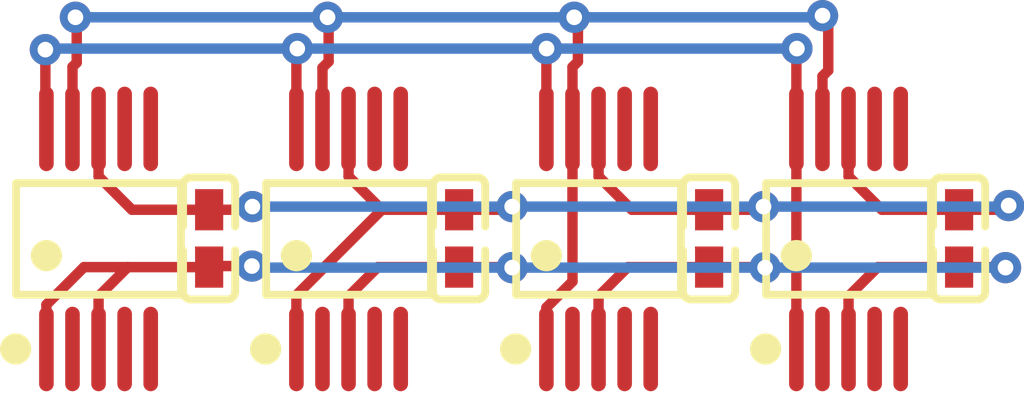
<source format=kicad_pcb>
(kicad_pcb (version 20241229) (generator "pcbnew") (generator_version "9.0")
  (layers (0 "F.Cu" signal) (2 "B.Cu" signal) (13 "F.Paste" user) (15 "B.Paste" user) (5 "F.SilkS" user "F.Silkscreen") (7 "B.SilkS" user "B.Silkscreen") (1 "F.Mask" user) (3 "B.Mask" user) (25 "Edge.Cuts" user))
  (net 0 "")
  (net 1 "adcs[3]-AIN0")
  (net 2 "adcs[3]-AIN2")
  (net 3 "adcs[2]-AIN2")
  (net 4 "adcs[0]-AIN3")
  (net 5 "adcs[0]-AIN1")
  (net 6 "SCL")
  (net 7 "adcs[1]-AIN3")
  (net 8 "adcs[2]-AIN0")
  (net 9 "adcs[1]-AIN2")
  (net 10 "adcs[3]-AIN1")
  (net 11 "SDA")
  (net 12 "adcs[2]-AIN3")
  (net 13 "adcs[2]-AIN1")
  (net 14 "hv")
  (net 15 "adcs[0]-AIN0")
  (net 16 "adcs[0]-AIN2")
  (net 17 "adcs[3]-ALERT_RDY")
  (net 18 "adcs[1]-AIN1")
  (net 19 "adcs[2]-ALERT_RDY")
  (net 20 "adcs[3]-AIN3")
  (net 21 "gnd")
  (net 22 "adcs[1]-AIN0")
  (net 23 "adcs[0]-ALERT_RDY")
  (net 24 "adcs[1]-ALERT_RDY")
  (footprint "atopile:MSOP-10_L3.0-W3.0-P0.50-LS5.0-BL-752175" (layer "F.Cu") (at 142.716667 94.14 0)
    (property "Reference" "U3" (hide yes))
    (property "Value" "" (hide yes))
    (fp_line (start -1.58 -1.07) (end 1.58 -1.07) (stroke (width 0.15)) (layer "F.SilkS"))
    (fp_line (start -1.58 1.07) (end -1.58 -1.07) (stroke (width 0.15)) (layer "F.SilkS"))
    (fp_line (start 1.58 -1.07) (end 1.58 1.07) (stroke (width 0.15)) (layer "F.SilkS"))
    (fp_line (start 1.58 1.07) (end -1.58 1.07) (stroke (width 0.15)) (layer "F.SilkS"))
    (fp_circle (center -1.59 2.11) (end -1.44 2.11) (stroke (width 0.3)) (fill no) (layer "F.SilkS"))
    (fp_circle (center -1 0.32) (end -0.85 0.32) (stroke (width 0.3)) (fill no) (layer "F.SilkS"))
    (pad "1" smd oval (at -1 2.11 0) (size 0.28 1.62) (layers "F.Cu" "F.Mask" "F.Paste") (net 11 "SDA"))
    (pad "2" smd oval (at -0.5 2.11 0) (size 0.28 1.62) (layers "F.Cu" "F.Mask" "F.Paste") (net 19 "adcs[2]-ALERT_RDY"))
    (pad "3" smd oval (at 0 2.11 0) (size 0.28 1.62) (layers "F.Cu" "F.Mask" "F.Paste") (net 21 "gnd"))
    (pad "4" smd oval (at 0.5 2.11 0) (size 0.28 1.62) (layers "F.Cu" "F.Mask" "F.Paste") (net 8 "adcs[2]-AIN0"))
    (pad "5" smd oval (at 1 2.11 0) (size 0.28 1.62) (layers "F.Cu" "F.Mask" "F.Paste") (net 13 "adcs[2]-AIN1"))
    (pad "6" smd oval (at 1 -2.11 0) (size 0.28 1.62) (layers "F.Cu" "F.Mask" "F.Paste") (net 3 "adcs[2]-AIN2"))
    (pad "7" smd oval (at 0.5 -2.11 0) (size 0.28 1.62) (layers "F.Cu" "F.Mask" "F.Paste") (net 12 "adcs[2]-AIN3"))
    (pad "8" smd oval (at 0 -2.11 0) (size 0.28 1.62) (layers "F.Cu" "F.Mask" "F.Paste") (net 14 "hv"))
    (pad "9" smd oval (at -0.5 -2.11 0) (size 0.28 1.62) (layers "F.Cu" "F.Mask" "F.Paste") (net 11 "SDA"))
    (pad "10" smd oval (at -1 -2.11 0) (size 0.28 1.62) (layers "F.Cu" "F.Mask" "F.Paste") (net 6 "SCL"))
  )
  (footprint "atopile:MSOP-10_L3.0-W3.0-P0.50-LS5.0-BL-752175" (layer "F.Cu") (at 137.923333 94.14 0)
    (property "Reference" "U2" (hide yes))
    (property "Value" "" (hide yes))
    (fp_line (start -1.58 -1.07) (end 1.58 -1.07) (stroke (width 0.15)) (layer "F.SilkS"))
    (fp_line (start -1.58 1.07) (end -1.58 -1.07) (stroke (width 0.15)) (layer "F.SilkS"))
    (fp_line (start 1.58 -1.07) (end 1.58 1.07) (stroke (width 0.15)) (layer "F.SilkS"))
    (fp_line (start 1.58 1.07) (end -1.58 1.07) (stroke (width 0.15)) (layer "F.SilkS"))
    (fp_circle (center -1.59 2.11) (end -1.44 2.11) (stroke (width 0.3)) (fill no) (layer "F.SilkS"))
    (fp_circle (center -1 0.32) (end -0.85 0.32) (stroke (width 0.3)) (fill no) (layer "F.SilkS"))
    (pad "1" smd oval (at -1 2.11 0) (size 0.28 1.62) (layers "F.Cu" "F.Mask" "F.Paste") (net 14 "hv"))
    (pad "2" smd oval (at -0.5 2.11 0) (size 0.28 1.62) (layers "F.Cu" "F.Mask" "F.Paste") (net 24 "adcs[1]-ALERT_RDY"))
    (pad "3" smd oval (at 0 2.11 0) (size 0.28 1.62) (layers "F.Cu" "F.Mask" "F.Paste") (net 21 "gnd"))
    (pad "4" smd oval (at 0.5 2.11 0) (size 0.28 1.62) (layers "F.Cu" "F.Mask" "F.Paste") (net 22 "adcs[1]-AIN0"))
    (pad "5" smd oval (at 1 2.11 0) (size 0.28 1.62) (layers "F.Cu" "F.Mask" "F.Paste") (net 18 "adcs[1]-AIN1"))
    (pad "6" smd oval (at 1 -2.11 0) (size 0.28 1.62) (layers "F.Cu" "F.Mask" "F.Paste") (net 9 "adcs[1]-AIN2"))
    (pad "7" smd oval (at 0.5 -2.11 0) (size 0.28 1.62) (layers "F.Cu" "F.Mask" "F.Paste") (net 7 "adcs[1]-AIN3"))
    (pad "8" smd oval (at 0 -2.11 0) (size 0.28 1.62) (layers "F.Cu" "F.Mask" "F.Paste") (net 14 "hv"))
    (pad "9" smd oval (at -0.5 -2.11 0) (size 0.28 1.62) (layers "F.Cu" "F.Mask" "F.Paste") (net 11 "SDA"))
    (pad "10" smd oval (at -1 -2.11 0) (size 0.28 1.62) (layers "F.Cu" "F.Mask" "F.Paste") (net 6 "SCL"))
  )
  (footprint "atopile:C0402-b3ef17" (layer "F.Cu") (at 149.63 94.13 -90)
    (property "Reference" "C4" (hide yes))
    (property "Value" "100nF ±10% 16V X7R" (hide yes))
    (fp_line (start -0.23 0.5) (end -1.02 0.5) (stroke (width 0.15)) (layer "F.SilkS"))
    (fp_line (start 0.23 0.5) (end 1.02 0.5) (stroke (width 0.15)) (layer "F.SilkS"))
    (fp_line (start -1.17 0.35) (end -1.17 -0.35) (stroke (width 0.15)) (layer "F.SilkS"))
    (fp_line (start 1.17 0.35) (end 1.17 -0.35) (stroke (width 0.15)) (layer "F.SilkS"))
    (fp_line (start -1.02 -0.5) (end -0.23 -0.5) (stroke (width 0.15)) (layer "F.SilkS"))
    (fp_line (start 1.02 -0.5) (end 0.23 -0.5) (stroke (width 0.15)) (layer "F.SilkS"))
    (fp_arc (start -1.02 0.5) (mid -1.126066 0.456066) (end -1.17 0.35) (stroke (width 0.15)) (layer "F.SilkS"))
    (fp_arc (start 1.17 0.35) (mid 1.126066 0.456066) (end 1.02 0.5) (stroke (width 0.15)) (layer "F.SilkS"))
    (fp_arc (start -1.17 -0.35) (mid -1.126066 -0.456066) (end -1.02 -0.5) (stroke (width 0.15)) (layer "F.SilkS"))
    (fp_arc (start 1.02 -0.5) (mid 1.126066 -0.456066) (end 1.17 -0.35) (stroke (width 0.15)) (layer "F.SilkS"))
    (pad "1" smd rect (at -0.55 0 270) (size 0.79 0.54) (layers "F.Cu" "F.Mask" "F.Paste") (net 14 "hv"))
    (pad "2" smd rect (at 0.55 0 270) (size 0.79 0.54) (layers "F.Cu" "F.Mask" "F.Paste") (net 21 "gnd"))
  )
  (footprint "atopile:C0402-b3ef17" (layer "F.Cu") (at 135.25 94.13 -90)
    (property "Reference" "C1" (hide yes))
    (property "Value" "100nF ±10% 16V X7R" (hide yes))
    (fp_line (start -0.23 0.5) (end -1.02 0.5) (stroke (width 0.15)) (layer "F.SilkS"))
    (fp_line (start 0.23 0.5) (end 1.02 0.5) (stroke (width 0.15)) (layer "F.SilkS"))
    (fp_line (start -1.17 0.35) (end -1.17 -0.35) (stroke (width 0.15)) (layer "F.SilkS"))
    (fp_line (start 1.17 0.35) (end 1.17 -0.35) (stroke (width 0.15)) (layer "F.SilkS"))
    (fp_line (start -1.02 -0.5) (end -0.23 -0.5) (stroke (width 0.15)) (layer "F.SilkS"))
    (fp_line (start 1.02 -0.5) (end 0.23 -0.5) (stroke (width 0.15)) (layer "F.SilkS"))
    (fp_arc (start -1.02 0.5) (mid -1.126066 0.456066) (end -1.17 0.35) (stroke (width 0.15)) (layer "F.SilkS"))
    (fp_arc (start 1.17 0.35) (mid 1.126066 0.456066) (end 1.02 0.5) (stroke (width 0.15)) (layer "F.SilkS"))
    (fp_arc (start -1.17 -0.35) (mid -1.126066 -0.456066) (end -1.02 -0.5) (stroke (width 0.15)) (layer "F.SilkS"))
    (fp_arc (start 1.02 -0.5) (mid 1.126066 -0.456066) (end 1.17 -0.35) (stroke (width 0.15)) (layer "F.SilkS"))
    (pad "1" smd rect (at -0.55 0 270) (size 0.79 0.54) (layers "F.Cu" "F.Mask" "F.Paste") (net 14 "hv"))
    (pad "2" smd rect (at 0.55 0 270) (size 0.79 0.54) (layers "F.Cu" "F.Mask" "F.Paste") (net 21 "gnd"))
  )
  (footprint "atopile:C0402-b3ef17" (layer "F.Cu") (at 144.836667 94.13 -90)
    (property "Reference" "C3" (hide yes))
    (property "Value" "100nF ±10% 16V X7R" (hide yes))
    (fp_line (start -0.23 0.5) (end -1.02 0.5) (stroke (width 0.15)) (layer "F.SilkS"))
    (fp_line (start 0.23 0.5) (end 1.02 0.5) (stroke (width 0.15)) (layer "F.SilkS"))
    (fp_line (start -1.17 0.35) (end -1.17 -0.35) (stroke (width 0.15)) (layer "F.SilkS"))
    (fp_line (start 1.17 0.35) (end 1.17 -0.35) (stroke (width 0.15)) (layer "F.SilkS"))
    (fp_line (start -1.02 -0.5) (end -0.23 -0.5) (stroke (width 0.15)) (layer "F.SilkS"))
    (fp_line (start 1.02 -0.5) (end 0.23 -0.5) (stroke (width 0.15)) (layer "F.SilkS"))
    (fp_arc (start -1.02 0.5) (mid -1.126066 0.456066) (end -1.17 0.35) (stroke (width 0.15)) (layer "F.SilkS"))
    (fp_arc (start 1.17 0.35) (mid 1.126066 0.456066) (end 1.02 0.5) (stroke (width 0.15)) (layer "F.SilkS"))
    (fp_arc (start -1.17 -0.35) (mid -1.126066 -0.456066) (end -1.02 -0.5) (stroke (width 0.15)) (layer "F.SilkS"))
    (fp_arc (start 1.02 -0.5) (mid 1.126066 -0.456066) (end 1.17 -0.35) (stroke (width 0.15)) (layer "F.SilkS"))
    (pad "1" smd rect (at -0.55 0 270) (size 0.79 0.54) (layers "F.Cu" "F.Mask" "F.Paste") (net 14 "hv"))
    (pad "2" smd rect (at 0.55 0 270) (size 0.79 0.54) (layers "F.Cu" "F.Mask" "F.Paste") (net 21 "gnd"))
  )
  (footprint "atopile:MSOP-10_L3.0-W3.0-P0.50-LS5.0-BL-752175" (layer "F.Cu") (at 133.13 94.14 0)
    (property "Reference" "U1" (hide yes))
    (property "Value" "" (hide yes))
    (fp_line (start -1.58 -1.07) (end 1.58 -1.07) (stroke (width 0.15)) (layer "F.SilkS"))
    (fp_line (start -1.58 1.07) (end -1.58 -1.07) (stroke (width 0.15)) (layer "F.SilkS"))
    (fp_line (start 1.58 -1.07) (end 1.58 1.07) (stroke (width 0.15)) (layer "F.SilkS"))
    (fp_line (start 1.58 1.07) (end -1.58 1.07) (stroke (width 0.15)) (layer "F.SilkS"))
    (fp_circle (center -1.59 2.11) (end -1.44 2.11) (stroke (width 0.3)) (fill no) (layer "F.SilkS"))
    (fp_circle (center -1 0.32) (end -0.85 0.32) (stroke (width 0.3)) (fill no) (layer "F.SilkS"))
    (pad "1" smd oval (at -1 2.11 0) (size 0.28 1.62) (layers "F.Cu" "F.Mask" "F.Paste") (net 21 "gnd"))
    (pad "2" smd oval (at -0.5 2.11 0) (size 0.28 1.62) (layers "F.Cu" "F.Mask" "F.Paste") (net 23 "adcs[0]-ALERT_RDY"))
    (pad "3" smd oval (at 0 2.11 0) (size 0.28 1.62) (layers "F.Cu" "F.Mask" "F.Paste") (net 21 "gnd"))
    (pad "4" smd oval (at 0.5 2.11 0) (size 0.28 1.62) (layers "F.Cu" "F.Mask" "F.Paste") (net 15 "adcs[0]-AIN0"))
    (pad "5" smd oval (at 1 2.11 0) (size 0.28 1.62) (layers "F.Cu" "F.Mask" "F.Paste") (net 5 "adcs[0]-AIN1"))
    (pad "6" smd oval (at 1 -2.11 0) (size 0.28 1.62) (layers "F.Cu" "F.Mask" "F.Paste") (net 16 "adcs[0]-AIN2"))
    (pad "7" smd oval (at 0.5 -2.11 0) (size 0.28 1.62) (layers "F.Cu" "F.Mask" "F.Paste") (net 4 "adcs[0]-AIN3"))
    (pad "8" smd oval (at 0 -2.11 0) (size 0.28 1.62) (layers "F.Cu" "F.Mask" "F.Paste") (net 14 "hv"))
    (pad "9" smd oval (at -0.5 -2.11 0) (size 0.28 1.62) (layers "F.Cu" "F.Mask" "F.Paste") (net 11 "SDA"))
    (pad "10" smd oval (at -1 -2.11 0) (size 0.28 1.62) (layers "F.Cu" "F.Mask" "F.Paste") (net 6 "SCL"))
  )
  (footprint "atopile:C0402-b3ef17" (layer "F.Cu") (at 140.043333 94.13 -90)
    (property "Reference" "C2" (hide yes))
    (property "Value" "100nF ±10% 16V X7R" (hide yes))
    (fp_line (start -0.23 0.5) (end -1.02 0.5) (stroke (width 0.15)) (layer "F.SilkS"))
    (fp_line (start 0.23 0.5) (end 1.02 0.5) (stroke (width 0.15)) (layer "F.SilkS"))
    (fp_line (start -1.17 0.35) (end -1.17 -0.35) (stroke (width 0.15)) (layer "F.SilkS"))
    (fp_line (start 1.17 0.35) (end 1.17 -0.35) (stroke (width 0.15)) (layer "F.SilkS"))
    (fp_line (start -1.02 -0.5) (end -0.23 -0.5) (stroke (width 0.15)) (layer "F.SilkS"))
    (fp_line (start 1.02 -0.5) (end 0.23 -0.5) (stroke (width 0.15)) (layer "F.SilkS"))
    (fp_arc (start -1.02 0.5) (mid -1.126066 0.456066) (end -1.17 0.35) (stroke (width 0.15)) (layer "F.SilkS"))
    (fp_arc (start 1.17 0.35) (mid 1.126066 0.456066) (end 1.02 0.5) (stroke (width 0.15)) (layer "F.SilkS"))
    (fp_arc (start -1.17 -0.35) (mid -1.126066 -0.456066) (end -1.02 -0.5) (stroke (width 0.15)) (layer "F.SilkS"))
    (fp_arc (start 1.02 -0.5) (mid 1.126066 -0.456066) (end 1.17 -0.35) (stroke (width 0.15)) (layer "F.SilkS"))
    (pad "1" smd rect (at -0.55 0 270) (size 0.79 0.54) (layers "F.Cu" "F.Mask" "F.Paste") (net 14 "hv"))
    (pad "2" smd rect (at 0.55 0 270) (size 0.79 0.54) (layers "F.Cu" "F.Mask" "F.Paste") (net 21 "gnd"))
  )
  (footprint "atopile:MSOP-10_L3.0-W3.0-P0.50-LS5.0-BL-752175" (layer "F.Cu") (at 147.51 94.14 0)
    (property "Reference" "U4" (hide yes))
    (property "Value" "" (hide yes))
    (fp_line (start -1.58 -1.07) (end 1.58 -1.07) (stroke (width 0.15)) (layer "F.SilkS"))
    (fp_line (start -1.58 1.07) (end -1.58 -1.07) (stroke (width 0.15)) (layer "F.SilkS"))
    (fp_line (start 1.58 -1.07) (end 1.58 1.07) (stroke (width 0.15)) (layer "F.SilkS"))
    (fp_line (start 1.58 1.07) (end -1.58 1.07) (stroke (width 0.15)) (layer "F.SilkS"))
    (fp_circle (center -1.59 2.11) (end -1.44 2.11) (stroke (width 0.3)) (fill no) (layer "F.SilkS"))
    (fp_circle (center -1 0.32) (end -0.85 0.32) (stroke (width 0.3)) (fill no) (layer "F.SilkS"))
    (pad "1" smd oval (at -1 2.11 0) (size 0.28 1.62) (layers "F.Cu" "F.Mask" "F.Paste") (net 6 "SCL"))
    (pad "2" smd oval (at -0.5 2.11 0) (size 0.28 1.62) (layers "F.Cu" "F.Mask" "F.Paste") (net 17 "adcs[3]-ALERT_RDY"))
    (pad "3" smd oval (at 0 2.11 0) (size 0.28 1.62) (layers "F.Cu" "F.Mask" "F.Paste") (net 21 "gnd"))
    (pad "4" smd oval (at 0.5 2.11 0) (size 0.28 1.62) (layers "F.Cu" "F.Mask" "F.Paste") (net 1 "adcs[3]-AIN0"))
    (pad "5" smd oval (at 1 2.11 0) (size 0.28 1.62) (layers "F.Cu" "F.Mask" "F.Paste") (net 10 "adcs[3]-AIN1"))
    (pad "6" smd oval (at 1 -2.11 0) (size 0.28 1.62) (layers "F.Cu" "F.Mask" "F.Paste") (net 2 "adcs[3]-AIN2"))
    (pad "7" smd oval (at 0.5 -2.11 0) (size 0.28 1.62) (layers "F.Cu" "F.Mask" "F.Paste") (net 20 "adcs[3]-AIN3"))
    (pad "8" smd oval (at 0 -2.11 0) (size 0.28 1.62) (layers "F.Cu" "F.Mask" "F.Paste") (net 14 "hv"))
    (pad "9" smd oval (at -0.5 -2.11 0) (size 0.28 1.62) (layers "F.Cu" "F.Mask" "F.Paste") (net 11 "SDA"))
    (pad "10" smd oval (at -1 -2.11 0) (size 0.28 1.62) (layers "F.Cu" "F.Mask" "F.Paste") (net 6 "SCL"))
  )
  (via (at 132.11 90.51) (size 0.6) (drill 0.3) (layers "F.Cu" "B.Cu") (net 6))
  (via (at 141.72 90.49) (size 0.6) (drill 0.3) (layers "F.Cu" "B.Cu") (net 6))
  (via (at 136.94 90.49) (size 0.6) (drill 0.3) (layers "F.Cu" "B.Cu") (net 6))
  (via (at 146.52 90.49) (size 0.6) (drill 0.3) (layers "F.Cu" "B.Cu") (net 6))
  (via (at 132.686459 89.89) (size 0.6) (drill 0.3) (layers "F.Cu" "B.Cu") (net 11))
  (via (at 147.011154 89.858516) (size 0.6) (drill 0.3) (layers "F.Cu" "B.Cu") (net 11))
  (via (at 142.25 89.89) (size 0.6) (drill 0.3) (layers "F.Cu" "B.Cu") (net 11))
  (via (at 137.52 89.89) (size 0.6) (drill 0.3) (layers "F.Cu" "B.Cu") (net 11))
  (via (at 145.88 93.52) (size 0.6) (drill 0.3) (layers "F.Cu" "B.Cu") (net 14))
  (via (at 136.08 93.52) (size 0.6) (drill 0.3) (layers "F.Cu" "B.Cu") (net 14))
  (via (at 150.58 93.5) (size 0.6) (drill 0.3) (layers "F.Cu" "B.Cu") (net 14))
  (via (at 141.06 93.52) (size 0.6) (drill 0.3) (layers "F.Cu" "B.Cu") (net 14))
  (via (at 150.52 94.69) (size 0.6) (drill 0.3) (layers "F.Cu" "B.Cu") (net 21))
  (via (at 136.07 94.66) (size 0.6) (drill 0.3) (layers "F.Cu" "B.Cu") (net 21))
  (via (at 145.91 94.69) (size 0.6) (drill 0.3) (layers "F.Cu" "B.Cu") (net 21))
  (via (at 141.06 94.69) (size 0.6) (drill 0.3) (layers "F.Cu" "B.Cu") (net 21))
  (segment (start 136.923333 92.03) (end 136.923333 90.506667) (width 0.2) (net 6) (layer "F.Cu"))
  (segment (start 141.716667 90.493333) (end 141.72 90.49) (width 0.2) (net 6) (layer "F.Cu"))
  (segment (start 132.11 92.01) (end 132.13 92.03) (width 0.2) (net 6) (layer "F.Cu"))
  (segment (start 132.11 90.51) (end 132.11 92.01) (width 0.2) (net 6) (layer "F.Cu"))
  (segment (start 146.51 90.5) (end 146.52 90.49) (width 0.2) (net 6) (layer "F.Cu"))
  (segment (start 141.716667 92.03) (end 141.716667 90.493333) (width 0.2) (net 6) (layer "F.Cu"))
  (segment (start 146.51 96.25) (end 146.51 92.03) (width 0.2) (net 6) (layer "F.Cu"))
  (segment (start 146.51 92.03) (end 146.51 90.5) (width 0.2) (net 6) (layer "F.Cu"))
  (segment (start 136.923333 90.506667) (end 136.94 90.49) (width 0.2) (net 6) (layer "F.Cu"))
  (segment (start 132.13 90.49) (end 132.11 90.51) (width 0.2) (net 6) (layer "B.Cu"))
  (segment (start 141.72 90.49) (end 136.94 90.49) (width 0.2) (net 6) (layer "B.Cu"))
  (segment (start 136.94 90.49) (end 132.13 90.49) (width 0.2) (net 6) (layer "B.Cu"))
  (segment (start 146.52 90.49) (end 141.72 90.49) (width 0.2) (net 6) (layer "B.Cu"))
  (segment (start 147.01 91.02) (end 147.01 92.03) (width 0.2) (net 11) (layer "F.Cu"))
  (segment (start 132.63 90.839943) (end 132.711 90.758943) (width 0.2) (net 11) (layer "F.Cu"))
  (segment (start 137.541 90.738943) (end 137.541 89.911) (width 0.2) (net 11) (layer "F.Cu"))
  (segment (start 142.216667 90.843276) (end 142.321 90.738943) (width 0.2) (net 11) (layer "F.Cu"))
  (segment (start 137.423333 92.03) (end 137.423333 90.85661) (width 0.2) (net 11) (layer "F.Cu"))
  (segment (start 137.423333 90.85661) (end 137.541 90.738943) (width 0.2) (net 11) (layer "F.Cu"))
  (segment (start 141.716667 96.25) (end 141.716667 95.456332) (width 0.2) (net 11) (layer "F.Cu"))
  (segment (start 137.541 89.911) (end 137.52 89.89) (width 0.2) (net 11) (layer "F.Cu"))
  (segment (start 142.216667 94.956332) (end 142.216667 92.03) (width 0.2) (net 11) (layer "F.Cu"))
  (segment (start 132.63 92.03) (end 132.63 90.839943) (width 0.2) (net 11) (layer "F.Cu"))
  (segment (start 147.121 89.968362) (end 147.121 90.909) (width 0.2) (net 11) (layer "F.Cu"))
  (segment (start 141.716667 95.456332) (end 142.216667 94.956332) (width 0.2) (net 11) (layer "F.Cu"))
  (segment (start 132.711 89.914541) (end 132.686459 89.89) (width 0.2) (net 11) (layer "F.Cu"))
  (segment (start 142.216667 92.03) (end 142.216667 90.843276) (width 0.2) (net 11) (layer "F.Cu"))
  (segment (start 142.321 89.961) (end 142.25 89.89) (width 0.2) (net 11) (layer "F.Cu"))
  (segment (start 147.121 90.909) (end 147.01 91.02) (width 0.2) (net 11) (layer "F.Cu"))
  (segment (start 147.011154 89.858516) (end 147.121 89.968362) (width 0.2) (net 11) (layer "F.Cu"))
  (segment (start 142.321 90.738943) (end 142.321 89.961) (width 0.2) (net 11) (layer "F.Cu"))
  (segment (start 132.711 90.758943) (end 132.711 89.914541) (width 0.2) (net 11) (layer "F.Cu"))
  (segment (start 142.25 89.89) (end 146.97967 89.89) (width 0.2) (net 11) (layer "B.Cu"))
  (segment (start 137.52 89.89) (end 142.25 89.89) (width 0.2) (net 11) (layer "B.Cu"))
  (segment (start 132.686459 89.89) (end 137.52 89.89) (width 0.2) (net 11) (layer "B.Cu"))
  (segment (start 146.97967 89.89) (end 147.011154 89.858516) (width 0.2) (net 11) (layer "B.Cu"))
  (segment (start 133.768332 93.58) (end 133.13 92.941668) (width 0.2) (net 14) (layer "F.Cu"))
  (segment (start 150.5 93.58) (end 150.58 93.5) (width 0.2) (net 14) (layer "F.Cu"))
  (segment (start 140.043333 93.58) (end 141 93.58) (width 0.2) (net 14) (layer "F.Cu"))
  (segment (start 138.561665 93.58) (end 137.923333 92.941668) (width 0.2) (net 14) (layer "F.Cu"))
  (segment (start 145.82 93.58) (end 145.88 93.52) (width 0.2) (net 14) (layer "F.Cu"))
  (segment (start 141 93.58) (end 141.06 93.52) (width 0.2) (net 14) (layer "F.Cu"))
  (segment (start 148.148332 93.58) (end 147.51 92.941668) (width 0.2) (net 14) (layer "F.Cu"))
  (segment (start 140.043333 93.58) (end 138.561665 93.58) (width 0.2) (net 14) (layer "F.Cu"))
  (segment (start 133.13 92.941668) (end 133.13 92.03) (width 0.2) (net 14) (layer "F.Cu"))
  (segment (start 136.02 93.58) (end 136.08 93.52) (width 0.2) (net 14) (layer "F.Cu"))
  (segment (start 144.836667 93.58) (end 143.354999 93.58) (width 0.2) (net 14) (layer "F.Cu"))
  (segment (start 144.836667 93.58) (end 145.82 93.58) (width 0.2) (net 14) (layer "F.Cu"))
  (segment (start 142.716667 92.941668) (end 142.716667 92.03) (width 0.2) (net 14) (layer "F.Cu"))
  (segment (start 137.923333 92.941668) (end 137.923333 92.03) (width 0.2) (net 14) (layer "F.Cu"))
  (segment (start 147.51 92.941668) (end 147.51 92.03) (width 0.2) (net 14) (layer "F.Cu"))
  (segment (start 135.25 93.58) (end 133.768332 93.58) (width 0.2) (net 14) (layer "F.Cu"))
  (segment (start 143.354999 93.58) (end 142.716667 92.941668) (width 0.2) (net 14) (layer "F.Cu"))
  (segment (start 136.923333 95.218332) (end 138.561665 93.58) (width 0.2) (net 14) (layer "F.Cu"))
  (segment (start 136.923333 96.25) (end 136.923333 95.218332) (width 0.2) (net 14) (layer "F.Cu"))
  (segment (start 135.25 93.58) (end 136.02 93.58) (width 0.2) (net 14) (layer "F.Cu"))
  (segment (start 149.63 93.58) (end 150.5 93.58) (width 0.2) (net 14) (layer "F.Cu"))
  (segment (start 149.63 93.58) (end 148.148332 93.58) (width 0.2) (net 14) (layer "F.Cu"))
  (segment (start 150.56 93.52) (end 150.58 93.5) (width 0.2) (net 14) (layer "B.Cu"))
  (segment (start 136.08 93.52) (end 141.06 93.52) (width 0.2) (net 14) (layer "B.Cu"))
  (segment (start 141.06 93.52) (end 145.88 93.52) (width 0.2) (net 14) (layer "B.Cu"))
  (segment (start 145.88 93.52) (end 150.56 93.52) (width 0.2) (net 14) (layer "B.Cu"))
  (segment (start 148.07 94.68) (end 147.51 95.24) (width 0.2) (net 21) (layer "F.Cu"))
  (segment (start 149.63 94.68) (end 150.51 94.68) (width 0.2) (net 21) (layer "F.Cu"))
  (segment (start 140.043333 94.68) (end 141.05 94.68) (width 0.2) (net 21) (layer "F.Cu"))
  (segment (start 143.276667 94.68) (end 142.716667 95.24) (width 0.2) (net 21) (layer "F.Cu"))
  (segment (start 142.716667 95.24) (end 142.716667 96.25) (width 0.2) (net 21) (layer "F.Cu"))
  (segment (start 137.923333 95.24) (end 137.923333 96.25) (width 0.2) (net 21) (layer "F.Cu"))
  (segment (start 135.25 94.68) (end 133.69 94.68) (width 0.2) (net 21) (layer "F.Cu"))
  (segment (start 144.836667 94.68) (end 143.276667 94.68) (width 0.2) (net 21) (layer "F.Cu"))
  (segment (start 144.836667 94.68) (end 145.9 94.68) (width 0.2) (net 21) (layer "F.Cu"))
  (segment (start 150.51 94.68) (end 150.52 94.69) (width 0.2) (net 21) (layer "F.Cu"))
  (segment (start 135.27 94.66) (end 135.25 94.68) (width 0.2) (net 21) (layer "F.Cu"))
  (segment (start 136.07 94.66) (end 135.27 94.66) (width 0.2) (net 21) (layer "F.Cu"))
  (segment (start 145.9 94.68) (end 145.91 94.69) (width 0.2) (net 21) (layer "F.Cu"))
  (segment (start 132.13 95.4) (end 132.85 94.68) (width 0.2) (net 21) (layer "F.Cu"))
  (segment (start 138.483333 94.68) (end 137.923333 95.24) (width 0.2) (net 21) (layer "F.Cu"))
  (segment (start 147.51 95.24) (end 147.51 96.25) (width 0.2) (net 21) (layer "F.Cu"))
  (segment (start 132.13 96.25) (end 132.13 95.4) (width 0.2) (net 21) (layer "F.Cu"))
  (segment (start 133.13 95.24) (end 133.13 96.25) (width 0.2) (net 21) (layer "F.Cu"))
  (segment (start 140.043333 94.68) (end 138.483333 94.68) (width 0.2) (net 21) (layer "F.Cu"))
  (segment (start 132.85 94.68) (end 133.69 94.68) (width 0.2) (net 21) (layer "F.Cu"))
  (segment (start 149.63 94.68) (end 148.07 94.68) (width 0.2) (net 21) (layer "F.Cu"))
  (segment (start 141.05 94.68) (end 141.06 94.69) (width 0.2) (net 21) (layer "F.Cu"))
  (segment (start 133.69 94.68) (end 133.13 95.24) (width 0.2) (net 21) (layer "F.Cu"))
  (segment (start 141.06 94.69) (end 136.1 94.69) (width 0.2) (net 21) (layer "B.Cu"))
  (segment (start 145.91 94.69) (end 141.06 94.69) (width 0.2) (net 21) (layer "B.Cu"))
  (segment (start 136.1 94.69) (end 136.07 94.66) (width 0.2) (net 21) (layer "B.Cu"))
  (segment (start 150.52 94.69) (end 145.91 94.69) (width 0.2) (net 21) (layer "B.Cu"))
)
</source>
